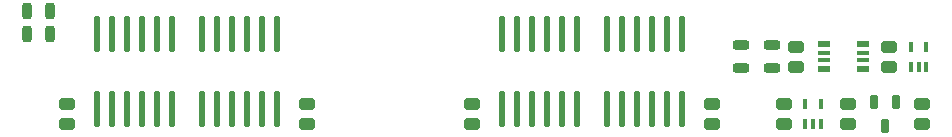
<source format=gtp>
G04 #@! TF.GenerationSoftware,KiCad,Pcbnew,(6.0.10-0)*
G04 #@! TF.CreationDate,2023-02-01T03:02:41-05:00*
G04 #@! TF.ProjectId,GW4194-SOJ-DP,47573431-3934-42d5-934f-4a2d44502e6b,1.1-SOJ-DP*
G04 #@! TF.SameCoordinates,Original*
G04 #@! TF.FileFunction,Paste,Top*
G04 #@! TF.FilePolarity,Positive*
%FSLAX46Y46*%
G04 Gerber Fmt 4.6, Leading zero omitted, Abs format (unit mm)*
G04 Created by KiCad (PCBNEW (6.0.10-0)) date 2023-02-01 03:02:41*
%MOMM*%
%LPD*%
G01*
G04 APERTURE LIST*
G04 Aperture macros list*
%AMRoundRect*
0 Rectangle with rounded corners*
0 $1 Rounding radius*
0 $2 $3 $4 $5 $6 $7 $8 $9 X,Y pos of 4 corners*
0 Add a 4 corners polygon primitive as box body*
4,1,4,$2,$3,$4,$5,$6,$7,$8,$9,$2,$3,0*
0 Add four circle primitives for the rounded corners*
1,1,$1+$1,$2,$3*
1,1,$1+$1,$4,$5*
1,1,$1+$1,$6,$7*
1,1,$1+$1,$8,$9*
0 Add four rect primitives between the rounded corners*
20,1,$1+$1,$2,$3,$4,$5,0*
20,1,$1+$1,$4,$5,$6,$7,0*
20,1,$1+$1,$6,$7,$8,$9,0*
20,1,$1+$1,$8,$9,$2,$3,0*%
G04 Aperture macros list end*
%ADD10RoundRect,0.237500X0.437500X-0.262500X0.437500X0.262500X-0.437500X0.262500X-0.437500X-0.262500X0*%
%ADD11RoundRect,0.125000X0.150000X-1.374000X0.150000X1.374000X-0.150000X1.374000X-0.150000X-1.374000X0*%
%ADD12RoundRect,0.237500X-0.437500X0.262500X-0.437500X-0.262500X0.437500X-0.262500X0.437500X0.262500X0*%
%ADD13RoundRect,0.187500X0.212500X0.487500X-0.212500X0.487500X-0.212500X-0.487500X0.212500X-0.487500X0*%
%ADD14RoundRect,0.187500X-0.212500X-0.487500X0.212500X-0.487500X0.212500X0.487500X-0.212500X0.487500X0*%
%ADD15RoundRect,0.187500X-0.487500X0.212500X-0.487500X-0.212500X0.487500X-0.212500X0.487500X0.212500X0*%
%ADD16RoundRect,0.110000X-0.425000X-0.150000X0.425000X-0.150000X0.425000X0.150000X-0.425000X0.150000X0*%
%ADD17RoundRect,0.060000X-0.475000X-0.100000X0.475000X-0.100000X0.475000X0.100000X-0.475000X0.100000X0*%
%ADD18RoundRect,0.072500X-0.462500X-0.112500X0.462500X-0.112500X0.462500X0.112500X-0.462500X0.112500X0*%
%ADD19RoundRect,0.060000X0.100000X-0.400000X0.100000X0.400000X-0.100000X0.400000X-0.100000X-0.400000X0*%
%ADD20RoundRect,0.150000X-0.200000X0.475000X-0.200000X-0.475000X0.200000X-0.475000X0.200000X0.475000X0*%
%ADD21RoundRect,0.187500X0.487500X-0.212500X0.487500X0.212500X-0.487500X0.212500X-0.487500X-0.212500X0*%
G04 APERTURE END LIST*
D10*
X157480000Y-94107000D03*
X157480000Y-92407000D03*
D11*
X130810000Y-92837000D03*
X130810000Y-86487000D03*
X128270000Y-92837000D03*
X128270000Y-86487000D03*
X121920000Y-92837000D03*
X123190000Y-92837000D03*
X124460000Y-92837000D03*
X125730000Y-92837000D03*
X127000000Y-92837000D03*
X132080000Y-92837000D03*
X133350000Y-92837000D03*
X134620000Y-92837000D03*
X135890000Y-92837000D03*
X137160000Y-92837000D03*
X135890000Y-86487000D03*
X134620000Y-86487000D03*
X133350000Y-86487000D03*
X132080000Y-86487000D03*
X127000000Y-86487000D03*
X125730000Y-86487000D03*
X124460000Y-86487000D03*
X123190000Y-86487000D03*
X121920000Y-86487000D03*
X137160000Y-86487000D03*
D12*
X85090000Y-92407000D03*
X85090000Y-94107000D03*
X105410000Y-92407000D03*
X105410000Y-94107000D03*
X119380000Y-92407000D03*
X119380000Y-94107000D03*
D13*
X83650000Y-86500000D03*
X81750000Y-86500000D03*
D14*
X81750000Y-84500000D03*
X83650000Y-84500000D03*
D12*
X146800000Y-87550000D03*
X146800000Y-89250000D03*
D15*
X144800000Y-87450000D03*
X144800000Y-89350000D03*
D16*
X149200000Y-87350000D03*
D17*
X149200000Y-88075000D03*
X149200000Y-88725000D03*
D16*
X149200000Y-89450000D03*
X152500000Y-89450000D03*
D18*
X152500000Y-88725000D03*
X152500000Y-88075000D03*
D16*
X152500000Y-87350000D03*
D19*
X148900000Y-94100000D03*
X147600000Y-94100000D03*
X148250000Y-94100000D03*
X148900000Y-92400000D03*
X147600000Y-92400000D03*
X157850000Y-89250000D03*
X156550000Y-89250000D03*
X157200000Y-89250000D03*
X157850000Y-87550000D03*
X156550000Y-87550000D03*
D12*
X154700000Y-87550000D03*
X154700000Y-89250000D03*
D20*
X154350000Y-94300000D03*
X153400000Y-92200000D03*
X155300000Y-92200000D03*
D12*
X151250000Y-92400000D03*
X151250000Y-94100000D03*
D21*
X142200000Y-89350000D03*
X142200000Y-87450000D03*
D12*
X145800000Y-92400000D03*
X145800000Y-94100000D03*
D11*
X96520000Y-92837000D03*
X96520000Y-86487000D03*
X93980000Y-92837000D03*
X93980000Y-86487000D03*
X87630000Y-92837000D03*
X88900000Y-92837000D03*
X90170000Y-92837000D03*
X91440000Y-92837000D03*
X92710000Y-92837000D03*
X97790000Y-92837000D03*
X99060000Y-92837000D03*
X100330000Y-92837000D03*
X101600000Y-92837000D03*
X102870000Y-92837000D03*
X101600000Y-86487000D03*
X100330000Y-86487000D03*
X99060000Y-86487000D03*
X97790000Y-86487000D03*
X92710000Y-86487000D03*
X91440000Y-86487000D03*
X90170000Y-86487000D03*
X88900000Y-86487000D03*
X87630000Y-86487000D03*
X102870000Y-86487000D03*
D12*
X139700000Y-92407000D03*
X139700000Y-94107000D03*
M02*

</source>
